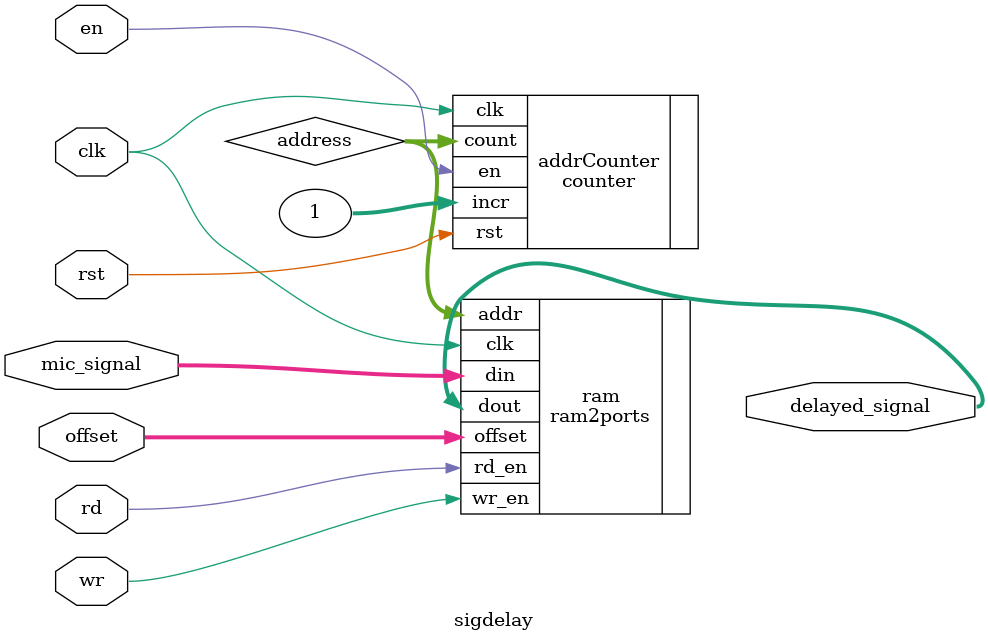
<source format=sv>
module sigdelay #(
        parameter A_WIDTH = 9,
                  D_WIDTH = 8
)(
    input logic                 clk,
    input logic                 rst,
    input logic                 en,
    input logic                 wr,
    input logic                 rd,
    input logic [D_WIDTH-1:0]   mic_signal,
    // input logic [A_WIDTH-1:0]   incr,
    input logic [A_WIDTH-1:0]   offset,
    output logic [D_WIDTH-1:0]  delayed_signal
);

logic [A_WIDTH-1:0]             address;

counter addrCounter (
    .clk(clk),
    .rst(rst),
    .en(en),
    .incr(1),
    .count(address)
);

ram2ports ram (
    .clk(clk),
    .addr(address),
    .wr_en(wr),
    .rd_en(rd),
    .offset(offset),
    .din(mic_signal),
    .dout(delayed_signal)
);

endmodule

</source>
